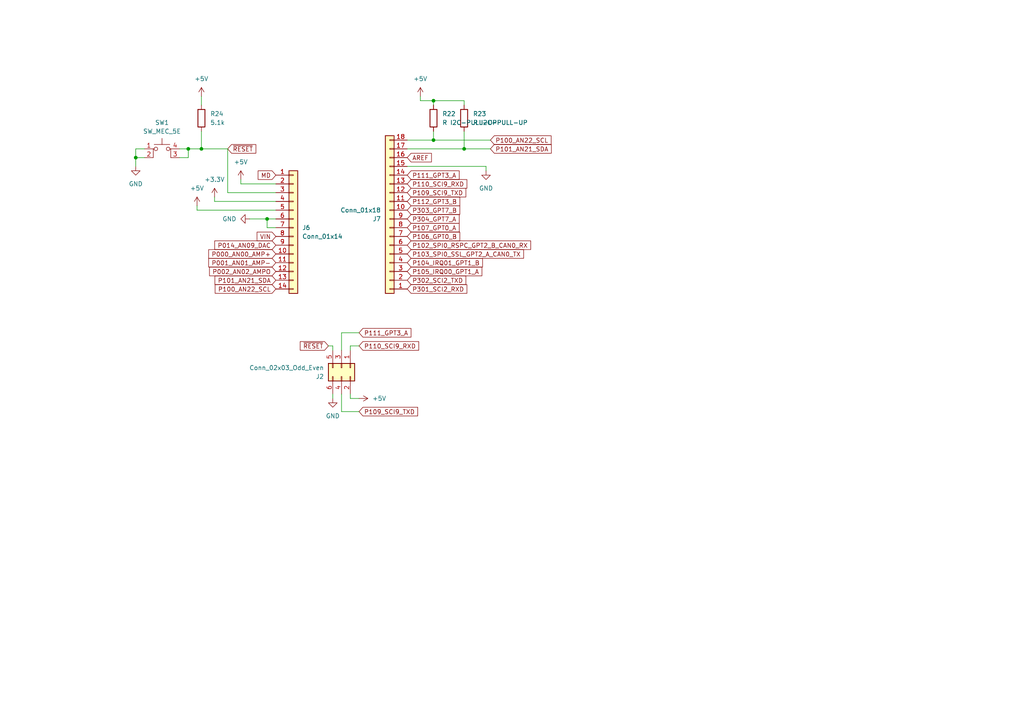
<source format=kicad_sch>
(kicad_sch (version 20230121) (generator eeschema)
  (paper "A4")
  (lib_symbols
    (symbol "Connector_Generic:Conn_01x14" (pin_names (offset 1.016) hide)
      (property "Reference" "J" (at 0 17.78 0))
      (property "Value" "Conn_01x14" (at 0 -20.32 0))
      (symbol "Conn_01x14_1_1"
        (rectangle (start -1.27 -17.653) (end 0 -17.907) (stroke (width 0.1524)))
        (rectangle (start -1.27 -15.113) (end 0 -15.367) (stroke (width 0.1524)))
        (rectangle (start -1.27 -12.573) (end 0 -12.827) (stroke (width 0.1524)))
        (rectangle (start -1.27 -10.033) (end 0 -10.287) (stroke (width 0.1524)))
        (rectangle (start -1.27 -7.493) (end 0 -7.747) (stroke (width 0.1524)))
        (rectangle (start -1.27 -4.953) (end 0 -5.207) (stroke (width 0.1524)))
        (rectangle (start -1.27 -2.413) (end 0 -2.667) (stroke (width 0.1524)))
        (rectangle (start -1.27 0.127) (end 0 -0.127) (stroke (width 0.1524)))
        (rectangle (start -1.27 2.667) (end 0 2.413) (stroke (width 0.1524)))
        (rectangle (start -1.27 5.207) (end 0 4.953) (stroke (width 0.1524)))
        (rectangle (start -1.27 7.747) (end 0 7.493) (stroke (width 0.1524)))
        (rectangle (start -1.27 10.287) (end 0 10.033) (stroke (width 0.1524)))
        (rectangle (start -1.27 12.827) (end 0 12.573) (stroke (width 0.1524)))
        (rectangle (start -1.27 15.367) (end 0 15.113) (stroke (width 0.1524)))
        (rectangle (start -1.27 16.51) (end 1.27 -19.05) (stroke (width 0.254)) (fill (type background)))
        (pin passive line (at -5.08 15.24 0) (length 3.81) (name "Pin_1") (number "1"))
        (pin passive line (at -5.08 -7.62 0) (length 3.81) (name "Pin_10") (number "10"))
        (pin passive line (at -5.08 -10.16 0) (length 3.81) (name "Pin_11") (number "11"))
        (pin passive line (at -5.08 -12.7 0) (length 3.81) (name "Pin_12") (number "12"))
        (pin passive line (at -5.08 -15.24 0) (length 3.81) (name "Pin_13") (number "13"))
        (pin passive line (at -5.08 -17.78 0) (length 3.81) (name "Pin_14") (number "14"))
        (pin passive line (at -5.08 12.7 0) (length 3.81) (name "Pin_2") (number "2"))
        (pin passive line (at -5.08 10.16 0) (length 3.81) (name "Pin_3") (number "3"))
        (pin passive line (at -5.08 7.62 0) (length 3.81) (name "Pin_4") (number "4"))
        (pin passive line (at -5.08 5.08 0) (length 3.81) (name "Pin_5") (number "5"))
        (pin passive line (at -5.08 2.54 0) (length 3.81) (name "Pin_6") (number "6"))
        (pin passive line (at -5.08 0 0) (length 3.81) (name "Pin_7") (number "7"))
        (pin passive line (at -5.08 -2.54 0) (length 3.81) (name "Pin_8") (number "8"))
        (pin passive line (at -5.08 -5.08 0) (length 3.81) (name "Pin_9") (number "9"))
      )
    )
    (symbol "Connector_Generic:Conn_01x18" (pin_names (offset 1.016) hide)
      (property "Reference" "J" (at 0 22.86 0))
      (property "Value" "Conn_01x18" (at 0 -25.4 0))
      (symbol "Conn_01x18_1_1"
        (rectangle (start -1.27 -22.733) (end 0 -22.987) (stroke (width 0.1524)))
        (rectangle (start -1.27 -20.193) (end 0 -20.447) (stroke (width 0.1524)))
        (rectangle (start -1.27 -17.653) (end 0 -17.907) (stroke (width 0.1524)))
        (rectangle (start -1.27 -15.113) (end 0 -15.367) (stroke (width 0.1524)))
        (rectangle (start -1.27 -12.573) (end 0 -12.827) (stroke (width 0.1524)))
        (rectangle (start -1.27 -10.033) (end 0 -10.287) (stroke (width 0.1524)))
        (rectangle (start -1.27 -7.493) (end 0 -7.747) (stroke (width 0.1524)))
        (rectangle (start -1.27 -4.953) (end 0 -5.207) (stroke (width 0.1524)))
        (rectangle (start -1.27 -2.413) (end 0 -2.667) (stroke (width 0.1524)))
        (rectangle (start -1.27 0.127) (end 0 -0.127) (stroke (width 0.1524)))
        (rectangle (start -1.27 2.667) (end 0 2.413) (stroke (width 0.1524)))
        (rectangle (start -1.27 5.207) (end 0 4.953) (stroke (width 0.1524)))
        (rectangle (start -1.27 7.747) (end 0 7.493) (stroke (width 0.1524)))
        (rectangle (start -1.27 10.287) (end 0 10.033) (stroke (width 0.1524)))
        (rectangle (start -1.27 12.827) (end 0 12.573) (stroke (width 0.1524)))
        (rectangle (start -1.27 15.367) (end 0 15.113) (stroke (width 0.1524)))
        (rectangle (start -1.27 17.907) (end 0 17.653) (stroke (width 0.1524)))
        (rectangle (start -1.27 20.447) (end 0 20.193) (stroke (width 0.1524)))
        (rectangle (start -1.27 21.59) (end 1.27 -24.13) (stroke (width 0.254)) (fill (type background)))
        (pin passive line (at -5.08 20.32 0) (length 3.81) (name "Pin_1") (number "1"))
        (pin passive line (at -5.08 -2.54 0) (length 3.81) (name "Pin_10") (number "10"))
        (pin passive line (at -5.08 -5.08 0) (length 3.81) (name "Pin_11") (number "11"))
        (pin passive line (at -5.08 -7.62 0) (length 3.81) (name "Pin_12") (number "12"))
        (pin passive line (at -5.08 -10.16 0) (length 3.81) (name "Pin_13") (number "13"))
        (pin passive line (at -5.08 -12.7 0) (length 3.81) (name "Pin_14") (number "14"))
        (pin passive line (at -5.08 -15.24 0) (length 3.81) (name "Pin_15") (number "15"))
        (pin passive line (at -5.08 -17.78 0) (length 3.81) (name "Pin_16") (number "16"))
        (pin passive line (at -5.08 -20.32 0) (length 3.81) (name "Pin_17") (number "17"))
        (pin passive line (at -5.08 -22.86 0) (length 3.81) (name "Pin_18") (number "18"))
        (pin passive line (at -5.08 17.78 0) (length 3.81) (name "Pin_2") (number "2"))
        (pin passive line (at -5.08 15.24 0) (length 3.81) (name "Pin_3") (number "3"))
        (pin passive line (at -5.08 12.7 0) (length 3.81) (name "Pin_4") (number "4"))
        (pin passive line (at -5.08 10.16 0) (length 3.81) (name "Pin_5") (number "5"))
        (pin passive line (at -5.08 7.62 0) (length 3.81) (name "Pin_6") (number "6"))
        (pin passive line (at -5.08 5.08 0) (length 3.81) (name "Pin_7") (number "7"))
        (pin passive line (at -5.08 2.54 0) (length 3.81) (name "Pin_8") (number "8"))
        (pin passive line (at -5.08 0 0) (length 3.81) (name "Pin_9") (number "9"))
      )
    )
    (symbol "Connector_Generic:Conn_02x03_Odd_Even" (pin_names (offset 1.016) hide)
      (property "Reference" "J" (at 1.27 5.08 0))
      (property "Value" "Conn_02x03_Odd_Even" (at 1.27 -5.08 0))
      (symbol "Conn_02x03_Odd_Even_1_1"
        (rectangle (start -1.27 -2.413) (end 0 -2.667) (stroke (width 0.1524)))
        (rectangle (start -1.27 0.127) (end 0 -0.127) (stroke (width 0.1524)))
        (rectangle (start -1.27 2.667) (end 0 2.413) (stroke (width 0.1524)))
        (rectangle (start -1.27 3.81) (end 3.81 -3.81) (stroke (width 0.254)) (fill (type background)))
        (rectangle (start 3.81 -2.413) (end 2.54 -2.667) (stroke (width 0.1524)))
        (rectangle (start 3.81 0.127) (end 2.54 -0.127) (stroke (width 0.1524)))
        (rectangle (start 3.81 2.667) (end 2.54 2.413) (stroke (width 0.1524)))
        (pin passive line (at -5.08 2.54 0) (length 3.81) (name "Pin_1") (number "1"))
        (pin passive line (at 7.62 2.54 180) (length 3.81) (name "Pin_2") (number "2"))
        (pin passive line (at -5.08 0 0) (length 3.81) (name "Pin_3") (number "3"))
        (pin passive line (at 7.62 0 180) (length 3.81) (name "Pin_4") (number "4"))
        (pin passive line (at -5.08 -2.54 0) (length 3.81) (name "Pin_5") (number "5"))
        (pin passive line (at 7.62 -2.54 180) (length 3.81) (name "Pin_6") (number "6"))
      )
    )
    (symbol "Device:R" (pin_numbers hide) (pin_names (offset 0))
      (property "Reference" "R" (at 2.032 0 90))
      (property "Value" "R" (at 0 0 90))
      (symbol "R_0_1"
        (rectangle (start -1.016 -2.54) (end 1.016 2.54) (stroke (width 0.254)))
      )
      (symbol "R_1_1"
        (pin passive line (at 0 3.81 270) (length 1.27) (name "~") (number "1"))
        (pin passive line (at 0 -3.81 90) (length 1.27) (name "~") (number "2"))
      )
    )
    (symbol "Switch:SW_MEC_5E" (pin_names (offset 1.016) hide)
      (property "Reference" "SW" (at 0.635 5.715 0))
      (property "Value" "SW_MEC_5E" (at 0 -3.175 0))
      (symbol "SW_MEC_5E_0_1"
        (circle (center -1.778 2.54) (radius 0.508))
        (polyline (pts (xy -2.286 3.81) (xy 2.286 3.81)))
        (polyline (pts (xy 0 3.81) (xy 0 5.588)))
        (polyline (pts (xy -2.54 0) (xy -2.54 2.54) (xy -2.286 2.54)))
        (polyline (pts (xy 2.54 0) (xy 2.54 2.54) (xy 2.286 2.54)))
        (circle (center 1.778 2.54) (radius 0.508))
        (pin passive line (at -5.08 2.54 0) (length 2.54) (name "1") (number "1"))
        (pin passive line (at -5.08 0 0) (length 2.54) (name "2") (number "2"))
        (pin passive line (at 5.08 0 180) (length 2.54) (name "K") (number "3"))
        (pin passive line (at 5.08 2.54 180) (length 2.54) (name "A") (number "4"))
      )
    )
    (symbol "power:+3.3V" (power) (pin_names (offset 0))
      (property "Value" "+3.3V" (at 0 3.556 0))
      (symbol "+3.3V_0_1"
        (polyline (pts (xy -0.762 1.27) (xy 0 2.54)))
        (polyline (pts (xy 0 0) (xy 0 2.54)))
        (polyline (pts (xy 0 2.54) (xy 0.762 1.27)))
      )
      (symbol "+3.3V_1_1"
        (pin power_in line (at 0 0 90) (length 0) hide (name "+3.3V") (number "1"))
      )
    )
    (symbol "power:+5V" (power) (pin_names (offset 0))
      (property "Value" "+5V" (at 0 3.556 0))
      (symbol "+5V_0_1"
        (polyline (pts (xy -0.762 1.27) (xy 0 2.54)))
        (polyline (pts (xy 0 0) (xy 0 2.54)))
        (polyline (pts (xy 0 2.54) (xy 0.762 1.27)))
      )
      (symbol "+5V_1_1"
        (pin power_in line (at 0 0 90) (length 0) hide (name "+5V") (number "1"))
      )
    )
    (symbol "power:GND" (power) (pin_names (offset 0))
      (property "Value" "GND" (at 0 -3.81 0))
      (symbol "GND_0_1"
        (polyline (pts (xy 0 0) (xy 0 -1.27) (xy 1.27 -1.27) (xy 0 -2.54) (xy -1.27 -1.27) (xy 0 -1.27)))
      )
      (symbol "GND_1_1"
        (pin power_in line (at 0 0 270) (length 0) hide (name "GND") (number "1"))
      )
    )
  )
  (junction (at 134.62 43.18))
  (junction (at 39.37 45.72))
  (junction (at 125.73 40.64))
  (junction (at 58.42 43.18))
  (junction (at 125.73 29.21))
  (junction (at 54.61 43.18))
  (junction (at 77.47 63.5))
  (wire (pts (xy 80.01 63.5) (xy 77.47 63.5)))
  (wire (pts (xy 80.01 66.04) (xy 77.47 66.04)))
  (wire (pts (xy 99.06 101.6) (xy 99.06 96.52)))
  (wire (pts (xy 96.52 100.33) (xy 96.52 101.6)))
  (wire (pts (xy 125.73 40.64) (xy 118.11 40.64)))
  (wire (pts (xy 39.37 45.72) (xy 39.37 48.26)))
  (wire (pts (xy 54.61 45.72) (xy 54.61 43.18)))
  (wire (pts (xy 54.61 43.18) (xy 58.42 43.18)))
  (wire (pts (xy 77.47 63.5) (xy 72.39 63.5)))
  (wire (pts (xy 77.47 63.5) (xy 77.47 66.04)))
  (wire (pts (xy 52.07 45.72) (xy 54.61 45.72)))
  (wire (pts (xy 140.97 48.26) (xy 140.97 49.53)))
  (wire (pts (xy 134.62 43.18) (xy 118.11 43.18)))
  (wire (pts (xy 39.37 45.72) (xy 41.91 45.72)))
  (wire (pts (xy 99.06 119.38) (xy 104.14 119.38)))
  (wire (pts (xy 69.85 53.34) (xy 80.01 53.34)))
  (wire (pts (xy 101.6 114.3) (xy 101.6 115.57)))
  (wire (pts (xy 101.6 101.6) (xy 101.6 100.33)))
  (wire (pts (xy 39.37 43.18) (xy 39.37 45.72)))
  (wire (pts (xy 101.6 115.57) (xy 104.14 115.57)))
  (wire (pts (xy 62.23 58.42) (xy 80.01 58.42)))
  (wire (pts (xy 62.23 57.15) (xy 62.23 58.42)))
  (wire (pts (xy 41.91 43.18) (xy 39.37 43.18)))
  (wire (pts (xy 95.25 100.33) (xy 96.52 100.33)))
  (wire (pts (xy 57.15 59.69) (xy 57.15 60.96)))
  (wire (pts (xy 99.06 114.3) (xy 99.06 119.38)))
  (wire (pts (xy 121.92 27.94) (xy 121.92 29.21)))
  (wire (pts (xy 142.24 40.64) (xy 125.73 40.64)))
  (wire (pts (xy 125.73 29.21) (xy 134.62 29.21)))
  (wire (pts (xy 134.62 38.1) (xy 134.62 43.18)))
  (wire (pts (xy 58.42 43.18) (xy 66.04 43.18)))
  (wire (pts (xy 134.62 29.21) (xy 134.62 30.48)))
  (wire (pts (xy 52.07 43.18) (xy 54.61 43.18)))
  (wire (pts (xy 66.04 43.18) (xy 66.04 55.88)))
  (wire (pts (xy 96.52 115.57) (xy 96.52 114.3)))
  (wire (pts (xy 125.73 38.1) (xy 125.73 40.64)))
  (wire (pts (xy 80.01 55.88) (xy 66.04 55.88)))
  (wire (pts (xy 58.42 38.1) (xy 58.42 43.18)))
  (wire (pts (xy 99.06 96.52) (xy 104.14 96.52)))
  (wire (pts (xy 125.73 29.21) (xy 125.73 30.48)))
  (wire (pts (xy 58.42 27.94) (xy 58.42 30.48)))
  (wire (pts (xy 121.92 29.21) (xy 125.73 29.21)))
  (wire (pts (xy 101.6 100.33) (xy 104.14 100.33)))
  (wire (pts (xy 69.85 52.07) (xy 69.85 53.34)))
  (wire (pts (xy 142.24 43.18) (xy 134.62 43.18)))
  (wire (pts (xy 118.11 48.26) (xy 140.97 48.26)))
  (wire (pts (xy 57.15 60.96) (xy 80.01 60.96)))
  (global_label "P101_AN21_SDA" (shape input) (at 142.24 43.18 0) (property "Intersheetrefs" "${INTERSHEET_REFS}" (effects hide)))
  (global_label "~{RESET}" (shape input) (at 95.25 100.33 180) (property "Intersheetrefs" "${INTERSHEET_REFS}" (effects hide)))
  (global_label "P101_AN21_SDA" (shape input) (at 80.01 81.28 180) (property "Intersheetrefs" "${INTERSHEET_REFS}" (effects hide)))
  (global_label "P104_IRQ01_GPT1_B" (shape input) (at 118.11 76.2 0) (property "Intersheetrefs" "${INTERSHEET_REFS}" (effects hide)))
  (global_label "P102_SPI0_RSPC_GPT2_B_CAN0_RX" (shape input) (at 118.11 71.12 0) (property "Intersheetrefs" "${INTERSHEET_REFS}" (effects hide)))
  (global_label "P110_SCI9_RXD" (shape input) (at 118.11 53.34 0) (property "Intersheetrefs" "${INTERSHEET_REFS}" (effects hide)))
  (global_label "~{RESET}" (shape input) (at 66.04 43.18 0) (property "Intersheetrefs" "${INTERSHEET_REFS}" (effects hide)))
  (global_label "P304_GPT7_A" (shape input) (at 118.11 63.5 0) (property "Intersheetrefs" "${INTERSHEET_REFS}" (effects hide)))
  (global_label "P303_GPT7_B" (shape input) (at 118.11 60.96 0) (property "Intersheetrefs" "${INTERSHEET_REFS}" (effects hide)))
  (global_label "P100_AN22_SCL" (shape input) (at 80.01 83.82 180) (property "Intersheetrefs" "${INTERSHEET_REFS}" (effects hide)))
  (global_label "P002_AN02_AMPO" (shape input) (at 80.01 78.74 180) (property "Intersheetrefs" "${INTERSHEET_REFS}" (effects hide)))
  (global_label "P109_SCI9_TXD" (shape input) (at 104.14 119.38 0) (property "Intersheetrefs" "${INTERSHEET_REFS}" (effects hide)))
  (global_label "P000_AN00_AMP+" (shape input) (at 80.01 73.66 180) (property "Intersheetrefs" "${INTERSHEET_REFS}" (effects hide)))
  (global_label "P112_GPT3_B" (shape input) (at 118.11 58.42 0) (property "Intersheetrefs" "${INTERSHEET_REFS}" (effects hide)))
  (global_label "P105_IRQ00_GPT1_A" (shape input) (at 118.11 78.74 0) (property "Intersheetrefs" "${INTERSHEET_REFS}" (effects hide)))
  (global_label "P111_GPT3_A" (shape input) (at 104.14 96.52 0) (property "Intersheetrefs" "${INTERSHEET_REFS}" (effects hide)))
  (global_label "P001_AN01_AMP-" (shape input) (at 80.01 76.2 180) (property "Intersheetrefs" "${INTERSHEET_REFS}" (effects hide)))
  (global_label "VIN" (shape input) (at 80.01 68.58 180) (property "Intersheetrefs" "${INTERSHEET_REFS}" (effects hide)))
  (global_label "P111_GPT3_A" (shape input) (at 118.11 50.8 0) (property "Intersheetrefs" "${INTERSHEET_REFS}" (effects hide)))
  (global_label "P109_SCI9_TXD" (shape input) (at 118.11 55.88 0) (property "Intersheetrefs" "${INTERSHEET_REFS}" (effects hide)))
  (global_label "AREF" (shape input) (at 118.11 45.72 0) (property "Intersheetrefs" "${INTERSHEET_REFS}" (effects hide)))
  (global_label "P301_SCI2_RXD" (shape input) (at 118.11 83.82 0) (property "Intersheetrefs" "${INTERSHEET_REFS}" (effects hide)))
  (global_label "P103_SPI0_SSL_GPT2_A_CAN0_TX" (shape input) (at 118.11 73.66 0) (property "Intersheetrefs" "${INTERSHEET_REFS}" (effects hide)))
  (global_label "P110_SCI9_RXD" (shape input) (at 104.14 100.33 0) (property "Intersheetrefs" "${INTERSHEET_REFS}" (effects hide)))
  (global_label "P107_GPT0_A" (shape input) (at 118.11 66.04 0) (property "Intersheetrefs" "${INTERSHEET_REFS}" (effects hide)))
  (global_label "P106_GPT0_B" (shape input) (at 118.11 68.58 0) (property "Intersheetrefs" "${INTERSHEET_REFS}" (effects hide)))
  (global_label "P302_SCI2_TXD" (shape input) (at 118.11 81.28 0) (property "Intersheetrefs" "${INTERSHEET_REFS}" (effects hide)))
  (global_label "P100_AN22_SCL" (shape input) (at 142.24 40.64 0) (property "Intersheetrefs" "${INTERSHEET_REFS}" (effects hide)))
  (global_label "MD" (shape input) (at 80.01 50.8 180) (property "Intersheetrefs" "${INTERSHEET_REFS}" (effects hide)))
  (global_label "P014_AN09_DAC" (shape input) (at 80.01 71.12 180) (property "Intersheetrefs" "${INTERSHEET_REFS}" (effects hide)))
  (symbol (lib_id "Device:R") (at 58.42 34.29 0) (unit 1)
    (property "Reference" "R24" (at 60.96 33.02 0) (effects (justify left)))
    (property "Value" "5.1k" (at 60.96 35.56 0) (effects (justify left)))
    (property "Footprint" "Resistor_SMD:R_0603_1608Metric" (effects hide))
  )
  (symbol (lib_id "power:+5V") (at 104.14 115.57 270) (unit 1)
    (property "Reference" "#PWR055" (effects hide))
    (property "Value" "+5V" (at 107.95 115.57 90) (effects (justify left)))
  )
  (symbol (lib_id "power:GND") (at 72.39 63.5 270) (unit 1)
    (property "Reference" "#PWR046" (effects hide))
    (property "Value" "GND" (at 68.58 63.5 90) (effects (justify right)))
  )
  (symbol (lib_id "power:+5V") (at 58.42 27.94 0) (unit 1)
    (property "Reference" "#PWR050" (effects hide))
    (property "Value" "+5V" (at 58.42 22.86 0))
  )
  (symbol (lib_id "Device:R") (at 125.73 34.29 0) (unit 1)
    (property "Reference" "R22" (at 128.27 33.02 0) (effects (justify left)))
    (property "Value" "R I2C-PULL-UP" (at 128.27 35.56 0) (effects (justify left)))
    (property "Footprint" "Resistor_SMD:R_0603_1608Metric" (effects hide))
  )
  (symbol (lib_id "power:+5V") (at 57.15 59.69 0) (unit 1)
    (property "Reference" "#PWR045" (effects hide))
    (property "Value" "+5V" (at 57.15 54.61 0))
  )
  (symbol (lib_id "Device:R") (at 134.62 34.29 0) (unit 1)
    (property "Reference" "R23" (at 137.16 33.02 0) (effects (justify left)))
    (property "Value" "R I2C-PULL-UP" (at 137.16 35.56 0) (effects (justify left)))
    (property "Footprint" "Resistor_SMD:R_0603_1608Metric" (effects hide))
  )
  (symbol (lib_id "Connector_Generic:Conn_02x03_Odd_Even") (at 99.06 106.68 270) (unit 1)
    (property "Reference" "J2" (at 93.98 109.22 90) (effects (justify right)))
    (property "Value" "Conn_02x03_Odd_Even" (at 93.98 106.68 90) (effects (justify right)))
    (property "Footprint" "Connector_IDC:IDC-Header_2x03_P2.54mm_Vertical" (effects hide))
    (property "Datasheet" "https://akizukidenshi.com/catalog/g/gC-13175/" (effects hide))
  )
  (symbol (lib_id "power:GND") (at 39.37 48.26 0) (unit 1)
    (property "Reference" "#PWR051" (effects hide))
    (property "Value" "GND" (at 39.37 53.34 0))
  )
  (symbol (lib_id "Connector_Generic:Conn_01x14") (at 85.09 66.04 0) (unit 1)
    (property "Reference" "J6" (at 87.63 66.04 0) (effects (justify left)))
    (property "Value" "Conn_01x14" (at 87.63 68.58 0) (effects (justify left)))
    (property "Footprint" "Connector_PinSocket_2.54mm:PinSocket_1x14_P2.54mm_Vertical" (effects hide))
    (property "Datasheet" "https://akizukidenshi.com/catalog/g/gC-00653/" (effects hide))
  )
  (symbol (lib_id "Switch:SW_MEC_5E") (at 46.99 45.72 0) (unit 1)
    (property "Reference" "SW1" (at 46.99 35.56 0))
    (property "Value" "SW_MEC_5E" (at 46.99 38.1 0))
    (property "Footprint" "SKRPACE010:SMT_4.2X3.2_" (effects hide))
    (property "Datasheet" "http://www.apem.com/int/index.php?controller=attachment&id_attachment=1371" (effects hide))
  )
  (symbol (lib_id "power:+5V") (at 121.92 27.94 0) (unit 1)
    (property "Reference" "#PWR049" (effects hide))
    (property "Value" "+5V" (at 121.92 22.86 0))
  )
  (symbol (lib_id "power:+3.3V") (at 62.23 57.15 0) (unit 1)
    (property "Reference" "#PWR044" (effects hide))
    (property "Value" "+3.3V" (at 62.23 52.07 0))
  )
  (symbol (lib_id "power:GND") (at 140.97 49.53 0) (unit 1)
    (property "Reference" "#PWR048" (effects hide))
    (property "Value" "GND" (at 140.97 54.61 0))
  )
  (symbol (lib_id "power:+5V") (at 69.85 52.07 0) (unit 1)
    (property "Reference" "#PWR043" (effects hide))
    (property "Value" "+5V" (at 69.85 46.99 0))
  )
  (symbol (lib_id "Connector_Generic:Conn_01x18") (at 113.03 63.5 180) (unit 1)
    (property "Reference" "J7" (at 110.49 63.5 0) (effects (justify left)))
    (property "Value" "Conn_01x18" (at 110.49 60.96 0) (effects (justify left)))
    (property "Footprint" "Connector_PinSocket_2.54mm:PinSocket_1x18_P2.54mm_Vertical" (effects hide))
    (property "Datasheet" "https://akizukidenshi.com/catalog/g/gC-10104/" (effects hide))
  )
  (symbol (lib_id "power:GND") (at 96.52 115.57 0) (unit 1)
    (property "Reference" "#PWR031" (effects hide))
    (property "Value" "GND" (at 96.52 120.65 0))
  )
)
</source>
